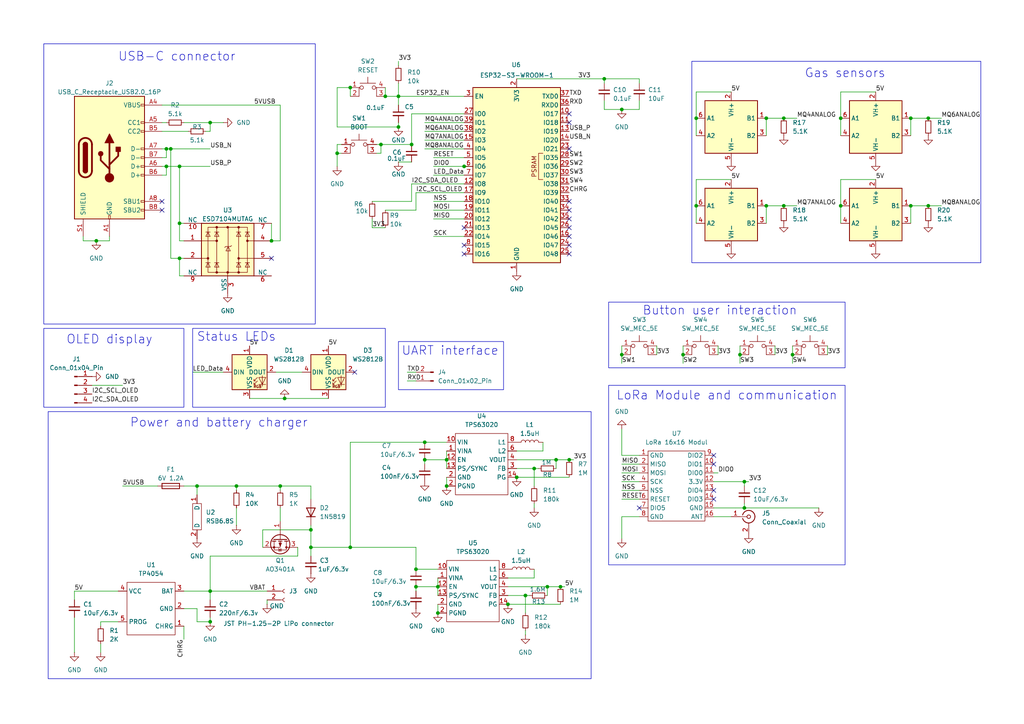
<source format=kicad_sch>
(kicad_sch (version 20231120) (generator "eeschema") (generator_version "8.0")
  (paper "A4")
  (junction (at 222.25 34.29))
  (junction (at 152.4 172.72))
  (junction (at 175.26 22.86))
  (junction (at 52.07 48.26))
  (junction (at 180.34 31.75))
  (junction (at 215.9 147.32))
  (junction (at 129.54 140.97))
  (junction (at 57.15 140.97))
  (junction (at 127 177.8))
  (junction (at 90.17 153.67))
  (junction (at 119.38 41.91))
  (junction (at 60.96 171.45))
  (junction (at 120.65 165.1))
  (junction (at 227.33 59.69))
  (junction (at 264.16 59.69))
  (junction (at 48.26 43.18))
  (junction (at 215.9 139.7))
  (junction (at 48.26 48.26))
  (junction (at 201.93 59.69))
  (junction (at 227.33 34.29))
  (junction (at 82.55 115.57))
  (junction (at 101.6 25.4))
  (junction (at 222.25 59.69))
  (junction (at 129.54 133.35))
  (junction (at 198.12 102.87))
  (junction (at 120.65 170.18))
  (junction (at 123.19 128.27))
  (junction (at 97.79 44.45))
  (junction (at 161.29 133.35))
  (junction (at 115.57 27.94))
  (junction (at 60.96 180.34))
  (junction (at 158.75 170.18))
  (junction (at 243.84 34.29))
  (junction (at 78.74 69.85))
  (junction (at 68.58 140.97))
  (junction (at 201.93 34.29))
  (junction (at 110.49 41.91))
  (junction (at 115.57 36.83))
  (junction (at 147.32 175.26))
  (junction (at 52.07 64.77))
  (junction (at 243.84 59.69))
  (junction (at 134.62 48.26))
  (junction (at 111.76 27.94))
  (junction (at 127 170.18))
  (junction (at 162.56 170.18))
  (junction (at 101.6 158.75))
  (junction (at 149.86 138.43))
  (junction (at 154.94 135.89))
  (junction (at 180.34 102.87))
  (junction (at 52.07 74.93))
  (junction (at 27.94 69.85))
  (junction (at 214.63 102.87))
  (junction (at 269.24 59.69))
  (junction (at 60.96 35.56))
  (junction (at 165.1 133.35))
  (junction (at 81.28 140.97))
  (junction (at 90.17 158.75))
  (junction (at 123.19 133.35))
  (junction (at 264.16 34.29))
  (junction (at 269.24 34.29))
  (junction (at 229.87 102.87))
  (junction (at 49.53 43.18))
  (no_connect (at 134.62 71.12))
  (no_connect (at 165.1 35.56))
  (no_connect (at 165.1 71.12))
  (no_connect (at 165.1 43.18))
  (no_connect (at 78.74 74.93))
  (no_connect (at 165.1 60.96))
  (no_connect (at 165.1 63.5))
  (no_connect (at 165.1 66.04))
  (no_connect (at 165.1 68.58))
  (no_connect (at 207.01 144.78))
  (no_connect (at 134.62 66.04))
  (no_connect (at 165.1 58.42))
  (no_connect (at 102.87 107.95))
  (no_connect (at 207.01 134.62))
  (no_connect (at 165.1 73.66))
  (no_connect (at 46.99 58.42))
  (no_connect (at 134.62 73.66))
  (no_connect (at 185.42 147.32))
  (no_connect (at 46.99 60.96))
  (no_connect (at 207.01 132.08))
  (no_connect (at 207.01 142.24))
  (no_connect (at 165.1 33.02))
  (wire (pts (xy 34.29 180.34) (xy 29.21 180.34)))
  (wire (pts (xy 134.62 53.34) (xy 119.38 53.34)))
  (wire (pts (xy 125.73 45.72) (xy 134.62 45.72)))
  (wire (pts (xy 68.58 147.32) (xy 68.58 152.4)))
  (wire (pts (xy 243.84 34.29) (xy 243.84 39.37)))
  (wire (pts (xy 97.79 25.4) (xy 97.79 36.83)))
  (wire (pts (xy 53.34 35.56) (xy 60.96 35.56)))
  (wire (pts (xy 78.74 69.85) (xy 81.28 69.85)))
  (wire (pts (xy 129.54 130.81) (xy 129.54 133.35)))
  (wire (pts (xy 120.65 170.18) (xy 120.65 171.45)))
  (wire (pts (xy 147.32 172.72) (xy 152.4 172.72)))
  (wire (pts (xy 185.42 29.21) (xy 185.42 31.75)))
  (wire (pts (xy 107.95 66.04) (xy 111.76 66.04)))
  (wire (pts (xy 185.42 149.86) (xy 180.34 149.86)))
  (wire (pts (xy 217.17 139.7) (xy 215.9 139.7)))
  (wire (pts (xy 149.86 22.86) (xy 175.26 22.86)))
  (wire (pts (xy 129.54 133.35) (xy 129.54 135.89)))
  (wire (pts (xy 118.11 107.95) (xy 120.65 107.95)))
  (wire (pts (xy 29.21 180.34) (xy 29.21 181.61)))
  (wire (pts (xy 207.01 147.32) (xy 215.9 147.32)))
  (wire (pts (xy 82.55 115.57) (xy 95.25 115.57)))
  (wire (pts (xy 60.96 161.29) (xy 86.36 161.29)))
  (wire (pts (xy 76.2 153.67) (xy 90.17 153.67)))
  (wire (pts (xy 127 170.18) (xy 120.65 170.18)))
  (wire (pts (xy 153.67 172.72) (xy 152.4 172.72)))
  (wire (pts (xy 149.86 138.43) (xy 165.1 138.43)))
  (wire (pts (xy 99.06 41.91) (xy 97.79 41.91)))
  (wire (pts (xy 162.56 170.18) (xy 163.83 170.18)))
  (wire (pts (xy 201.93 52.07) (xy 212.09 52.07)))
  (wire (pts (xy 52.07 48.26) (xy 52.07 64.77)))
  (wire (pts (xy 154.94 135.89) (xy 154.94 140.97)))
  (wire (pts (xy 90.17 144.78) (xy 90.17 140.97)))
  (wire (pts (xy 227.33 59.69) (xy 231.14 59.69)))
  (wire (pts (xy 229.87 102.87) (xy 229.87 105.41)))
  (wire (pts (xy 52.07 64.77) (xy 53.34 64.77)))
  (wire (pts (xy 208.28 137.16) (xy 207.01 137.16)))
  (wire (pts (xy 243.84 52.07) (xy 254 52.07)))
  (wire (pts (xy 175.26 29.21) (xy 175.26 31.75)))
  (wire (pts (xy 60.96 171.45) (xy 60.96 173.99)))
  (wire (pts (xy 125.73 58.42) (xy 134.62 58.42)))
  (wire (pts (xy 48.26 45.72) (xy 48.26 43.18)))
  (wire (pts (xy 198.12 100.33) (xy 198.12 102.87)))
  (wire (pts (xy 46.99 30.48) (xy 81.28 30.48)))
  (wire (pts (xy 154.94 146.05) (xy 154.94 147.32)))
  (wire (pts (xy 229.87 100.33) (xy 229.87 102.87)))
  (wire (pts (xy 198.12 102.87) (xy 198.12 105.41)))
  (wire (pts (xy 123.19 35.56) (xy 134.62 35.56)))
  (wire (pts (xy 109.22 44.45) (xy 110.49 44.45)))
  (wire (pts (xy 101.6 25.4) (xy 101.6 27.94)))
  (wire (pts (xy 149.86 133.35) (xy 161.29 133.35)))
  (wire (pts (xy 154.94 167.64) (xy 154.94 165.1)))
  (wire (pts (xy 115.57 36.83) (xy 97.79 36.83)))
  (wire (pts (xy 227.33 34.29) (xy 231.14 34.29)))
  (wire (pts (xy 156.21 135.89) (xy 154.94 135.89)))
  (wire (pts (xy 52.07 74.93) (xy 49.53 74.93)))
  (wire (pts (xy 57.15 176.53) (xy 57.15 180.34)))
  (wire (pts (xy 125.73 50.8) (xy 134.62 50.8)))
  (wire (pts (xy 49.53 43.18) (xy 60.96 43.18)))
  (wire (pts (xy 222.25 34.29) (xy 227.33 34.29)))
  (wire (pts (xy 180.34 124.46) (xy 180.34 132.08)))
  (wire (pts (xy 48.26 48.26) (xy 52.07 48.26)))
  (wire (pts (xy 201.93 34.29) (xy 201.93 26.67)))
  (wire (pts (xy 264.16 59.69) (xy 264.16 64.77)))
  (wire (pts (xy 53.34 80.01) (xy 52.07 80.01)))
  (wire (pts (xy 115.57 27.94) (xy 115.57 30.48)))
  (wire (pts (xy 110.49 44.45) (xy 110.49 41.91)))
  (wire (pts (xy 57.15 180.34) (xy 60.96 180.34)))
  (wire (pts (xy 180.34 139.7) (xy 185.42 139.7)))
  (wire (pts (xy 201.93 59.69) (xy 201.93 52.07)))
  (wire (pts (xy 269.24 59.69) (xy 273.05 59.69)))
  (wire (pts (xy 57.15 140.97) (xy 68.58 140.97)))
  (wire (pts (xy 129.54 133.35) (xy 123.19 133.35)))
  (wire (pts (xy 35.56 140.97) (xy 45.72 140.97)))
  (wire (pts (xy 46.99 50.8) (xy 48.26 50.8)))
  (wire (pts (xy 158.75 170.18) (xy 158.75 172.72)))
  (wire (pts (xy 214.63 100.33) (xy 214.63 102.87)))
  (wire (pts (xy 157.48 130.81) (xy 157.48 128.27)))
  (wire (pts (xy 90.17 158.75) (xy 90.17 161.29)))
  (wire (pts (xy 201.93 59.69) (xy 201.93 64.77)))
  (wire (pts (xy 175.26 22.86) (xy 185.42 22.86)))
  (wire (pts (xy 53.34 176.53) (xy 57.15 176.53)))
  (wire (pts (xy 111.76 27.94) (xy 115.57 27.94)))
  (wire (pts (xy 81.28 140.97) (xy 81.28 142.24)))
  (wire (pts (xy 109.22 41.91) (xy 110.49 41.91)))
  (wire (pts (xy 46.99 45.72) (xy 48.26 45.72)))
  (wire (pts (xy 147.32 167.64) (xy 154.94 167.64)))
  (wire (pts (xy 101.6 128.27) (xy 123.19 128.27)))
  (wire (pts (xy 120.65 158.75) (xy 120.65 165.1)))
  (wire (pts (xy 115.57 24.13) (xy 115.57 27.94)))
  (wire (pts (xy 52.07 64.77) (xy 52.07 69.85)))
  (wire (pts (xy 21.59 171.45) (xy 21.59 173.99)))
  (wire (pts (xy 101.6 158.75) (xy 120.65 158.75)))
  (wire (pts (xy 243.84 26.67) (xy 254 26.67)))
  (wire (pts (xy 215.9 146.05) (xy 215.9 147.32)))
  (wire (pts (xy 127 170.18) (xy 127 172.72)))
  (wire (pts (xy 68.58 140.97) (xy 68.58 142.24)))
  (wire (pts (xy 48.26 43.18) (xy 49.53 43.18)))
  (wire (pts (xy 123.19 43.18) (xy 134.62 43.18)))
  (wire (pts (xy 60.96 38.1) (xy 60.96 35.56)))
  (wire (pts (xy 90.17 153.67) (xy 90.17 158.75)))
  (wire (pts (xy 123.19 133.35) (xy 123.19 134.62)))
  (wire (pts (xy 222.25 59.69) (xy 227.33 59.69)))
  (wire (pts (xy 49.53 74.93) (xy 49.53 43.18)))
  (wire (pts (xy 147.32 170.18) (xy 158.75 170.18)))
  (wire (pts (xy 185.42 24.13) (xy 185.42 22.86)))
  (wire (pts (xy 120.65 165.1) (xy 127 165.1)))
  (wire (pts (xy 243.84 59.69) (xy 243.84 52.07)))
  (wire (pts (xy 34.29 171.45) (xy 21.59 171.45)))
  (wire (pts (xy 240.03 100.33) (xy 240.03 102.87)))
  (wire (pts (xy 90.17 158.75) (xy 101.6 158.75)))
  (wire (pts (xy 57.15 140.97) (xy 57.15 143.51)))
  (wire (pts (xy 147.32 175.26) (xy 162.56 175.26)))
  (wire (pts (xy 60.96 179.07) (xy 60.96 180.34)))
  (wire (pts (xy 46.99 35.56) (xy 48.26 35.56)))
  (wire (pts (xy 215.9 139.7) (xy 207.01 139.7)))
  (wire (pts (xy 119.38 33.02) (xy 134.62 33.02)))
  (wire (pts (xy 53.34 74.93) (xy 52.07 74.93)))
  (wire (pts (xy 127 175.26) (xy 127 177.8)))
  (wire (pts (xy 264.16 34.29) (xy 269.24 34.29)))
  (wire (pts (xy 86.36 158.75) (xy 86.36 161.29)))
  (wire (pts (xy 60.96 171.45) (xy 60.96 161.29)))
  (wire (pts (xy 77.47 173.99) (xy 77.47 175.26)))
  (wire (pts (xy 180.34 137.16) (xy 185.42 137.16)))
  (wire (pts (xy 97.79 44.45) (xy 97.79 48.26)))
  (wire (pts (xy 264.16 34.29) (xy 264.16 39.37)))
  (wire (pts (xy 115.57 35.56) (xy 115.57 36.83)))
  (wire (pts (xy 72.39 115.57) (xy 82.55 115.57)))
  (wire (pts (xy 21.59 189.23) (xy 21.59 179.07)))
  (wire (pts (xy 90.17 140.97) (xy 81.28 140.97)))
  (wire (pts (xy 68.58 140.97) (xy 81.28 140.97)))
  (wire (pts (xy 118.11 110.49) (xy 120.65 110.49)))
  (wire (pts (xy 27.94 69.85) (xy 31.75 69.85)))
  (wire (pts (xy 115.57 27.94) (xy 134.62 27.94)))
  (wire (pts (xy 53.34 140.97) (xy 57.15 140.97)))
  (wire (pts (xy 207.01 149.86) (xy 212.09 149.86)))
  (wire (pts (xy 107.95 63.5) (xy 107.95 66.04)))
  (wire (pts (xy 53.34 181.61) (xy 53.34 185.42)))
  (wire (pts (xy 52.07 80.01) (xy 52.07 74.93)))
  (wire (pts (xy 134.62 55.88) (xy 120.65 55.88)))
  (wire (pts (xy 201.93 26.67) (xy 212.09 26.67)))
  (wire (pts (xy 149.86 135.89) (xy 154.94 135.89)))
  (wire (pts (xy 201.93 34.29) (xy 201.93 39.37)))
  (wire (pts (xy 215.9 147.32) (xy 237.49 147.32)))
  (wire (pts (xy 78.74 64.77) (xy 78.74 69.85)))
  (wire (pts (xy 60.96 35.56) (xy 64.77 35.56)))
  (wire (pts (xy 111.76 25.4) (xy 111.76 27.94)))
  (wire (pts (xy 81.28 69.85) (xy 81.28 30.48)))
  (wire (pts (xy 243.84 34.29) (xy 243.84 26.67)))
  (wire (pts (xy 111.76 60.96) (xy 120.65 60.96)))
  (wire (pts (xy 125.73 63.5) (xy 134.62 63.5)))
  (wire (pts (xy 215.9 139.7) (xy 215.9 140.97)))
  (wire (pts (xy 152.4 182.88) (xy 152.4 184.15)))
  (wire (pts (xy 134.62 48.26) (xy 135.89 48.26)))
  (wire (pts (xy 152.4 172.72) (xy 152.4 177.8)))
  (wire (pts (xy 214.63 102.87) (xy 214.63 105.41)))
  (wire (pts (xy 90.17 152.4) (xy 90.17 153.67)))
  (wire (pts (xy 129.54 138.43) (xy 129.54 140.97)))
  (wire (pts (xy 123.19 40.64) (xy 134.62 40.64)))
  (wire (pts (xy 119.38 33.02) (xy 119.38 41.91)))
  (wire (pts (xy 180.34 142.24) (xy 185.42 142.24)))
  (wire (pts (xy 101.6 158.75) (xy 101.6 128.27)))
  (wire (pts (xy 119.38 53.34) (xy 119.38 58.42)))
  (wire (pts (xy 269.24 34.29) (xy 273.05 34.29)))
  (wire (pts (xy 158.75 170.18) (xy 162.56 170.18)))
  (wire (pts (xy 125.73 48.26) (xy 134.62 48.26)))
  (wire (pts (xy 180.34 144.78) (xy 185.42 144.78)))
  (wire (pts (xy 165.1 133.35) (xy 166.37 133.35)))
  (wire (pts (xy 120.65 55.88) (xy 120.65 60.96)))
  (wire (pts (xy 149.86 130.81) (xy 157.48 130.81)))
  (wire (pts (xy 208.28 100.33) (xy 208.28 102.87)))
  (wire (pts (xy 175.26 24.13) (xy 175.26 22.86)))
  (wire (pts (xy 46.99 48.26) (xy 48.26 48.26)))
  (wire (pts (xy 80.01 107.95) (xy 87.63 107.95)))
  (wire (pts (xy 53.34 69.85) (xy 52.07 69.85)))
  (wire (pts (xy 60.96 171.45) (xy 77.47 171.45)))
  (wire (pts (xy 115.57 19.05) (xy 115.57 17.78)))
  (wire (pts (xy 224.79 100.33) (xy 224.79 102.87)))
  (wire (pts (xy 97.79 41.91) (xy 97.79 44.45)))
  (wire (pts (xy 97.79 25.4) (xy 101.6 25.4)))
  (wire (pts (xy 48.26 50.8) (xy 48.26 48.26)))
  (wire (pts (xy 180.34 134.62) (xy 185.42 134.62)))
  (wire (pts (xy 24.13 68.58) (xy 24.13 69.85)))
  (wire (pts (xy 107.95 58.42) (xy 119.38 58.42)))
  (wire (pts (xy 125.73 68.58) (xy 134.62 68.58)))
  (wire (pts (xy 161.29 133.35) (xy 165.1 133.35)))
  (wire (pts (xy 222.25 34.29) (xy 222.25 39.37)))
  (wire (pts (xy 46.99 38.1) (xy 54.61 38.1)))
  (wire (pts (xy 185.42 31.75) (xy 180.34 31.75)))
  (wire (pts (xy 76.2 158.75) (xy 76.2 153.67)))
  (wire (pts (xy 24.13 69.85) (xy 27.94 69.85)))
  (wire (pts (xy 185.42 132.08) (xy 180.34 132.08)))
  (wire (pts (xy 52.07 48.26) (xy 60.96 48.26)))
  (wire (pts (xy 125.73 60.96) (xy 134.62 60.96)))
  (wire (pts (xy 190.5 100.33) (xy 190.5 102.87)))
  (wire (pts (xy 119.38 41.91) (xy 110.49 41.91)))
  (wire (pts (xy 180.34 31.75) (xy 175.26 31.75)))
  (wire (pts (xy 123.19 38.1) (xy 134.62 38.1)))
  (wire (pts (xy 35.56 111.76) (xy 26.67 111.76)))
  (wire (pts (xy 55.88 107.95) (xy 64.77 107.95)))
  (wire (pts (xy 127 167.64) (xy 127 170.18)))
  (wire (pts (xy 81.28 147.32) (xy 81.28 151.13)))
  (wire (pts (xy 180.34 100.33) (xy 180.34 102.87)))
  (wire (pts (xy 243.84 59.69) (xy 243.84 64.77)))
  (wire (pts (xy 115.57 46.99) (xy 119.38 46.99)))
  (wire (pts (xy 46.99 43.18) (xy 48.26 43.18)))
  (wire (pts (xy 161.29 133.35) (xy 161.29 135.89)))
  (wire (pts (xy 29.21 186.69) (xy 29.21 189.23)))
  (wire (pts (xy 31.75 68.58) (xy 31.75 69.85)))
  (wire (pts (xy 59.69 38.1) (xy 60.96 38.1)))
  (wire (pts (xy 264.16 59.69) (xy 269.24 59.69)))
  (wire (pts (xy 53.34 171.45) (xy 60.96 171.45)))
  (wire (pts (xy 222.25 59.69) (xy 222.25 64.77)))
  (wire (pts (xy 99.06 44.45) (xy 97.79 44.45)))
  (wire (pts (xy 123.19 128.27) (xy 129.54 128.27)))
  (wire (pts (xy 180.34 149.86) (xy 180.34 156.21)))
  (wire (pts (xy 180.34 102.87) (xy 180.34 105.41)))
  (rectangle (start 176.53 87.63) (end 245.11 106.68))
  (rectangle (start 12.7 12.7) (end 91.44 93.98))
  (rectangle (start 176.53 111.76) (end 245.11 163.83))
  (rectangle (start 12.7 95.25) (end 53.34 118.11))
  (rectangle (start 115.57 99.06) (end 146.05 113.03))
  (rectangle (start 200.66 17.78) (end 284.48 76.2))
  (rectangle (start 13.97 119.38) (end 171.45 196.85))
  (rectangle (start 55.88 95.25) (end 111.76 118.11))
  (text "Gas sensors" (at 245.11 21.336 0) (effects (font (size 2.54 2.54))))
  (text "OLED display" (at 31.75 98.552 0) (effects (font (size 2.54 2.54))))
  (text "UART interface" (at 130.556 101.854 0) (effects (font (size 2.54 2.54))))
  (text "USB-C connector" (at 51.308 16.51 0) (effects (font (size 2.54 2.54))))
  (text "LoRa Module and communication" (at 210.82 114.808 0) (effects (font (size 2.54 2.54))))
  (text "Power and battery charger" (at 63.5 122.682 0) (effects (font (size 2.54 2.54))))
  (text "Button user interaction" (at 208.788 90.17 0) (effects (font (size 2.54 2.54))))
  (text "Status LEDs" (at 68.58 97.79 0) (effects (font (size 2.54 2.54))))
  (label "MISO" (at 125.73 63.5 0))
  (label "SW1" (at 165.1 45.72 0))
  (label "3V3" (at 208.28 102.87 0))
  (label "I2C_SDA_OLED" (at 26.67 116.84 0))
  (label "5VUSB" (at 35.56 140.97 0))
  (label "USB_P" (at 165.1 38.1 0))
  (label "RXD" (at 118.11 110.49 0))
  (label "5V" (at 212.09 26.67 0))
  (label "LED_Data" (at 55.88 107.95 0))
  (label "DIO0" (at 125.73 48.26 0))
  (label "3V3" (at 167.64 22.86 0))
  (label "3V3" (at 224.79 102.87 0))
  (label "MOSI" (at 180.34 137.16 0))
  (label "3V3" (at 107.95 66.04 0))
  (label "USB_P" (at 60.96 48.26 0))
  (label "MQ7ANALOG" (at 231.14 59.69 0))
  (label "NSS" (at 180.34 142.24 0))
  (label "MQ6ANALOG" (at 123.19 38.1 0))
  (label "SCK" (at 125.73 68.58 0))
  (label "LED_Data" (at 125.73 50.8 0))
  (label "TXD" (at 165.1 27.94 0))
  (label "5V" (at 254 52.07 0))
  (label "RESET" (at 125.73 45.72 0))
  (label "SW3" (at 165.1 50.8 0))
  (label "3V3" (at 166.37 133.35 0))
  (label "5V" (at 254 26.67 0))
  (label "SW4" (at 229.87 105.41 0))
  (label "I2C_SCL_OLED" (at 26.67 114.3 0))
  (label "RESET" (at 180.34 144.78 0))
  (label "5VUSB" (at 73.66 30.48 0))
  (label "RXD" (at 165.1 30.48 0))
  (label "SW1" (at 180.34 105.41 0))
  (label "3V3" (at 240.03 102.87 0))
  (label "I2C_SDA_OLED" (at 119.38 53.34 0))
  (label "5V" (at 21.59 171.45 0))
  (label "DIO0" (at 208.28 137.16 0))
  (label "TXD" (at 118.11 107.95 0))
  (label "CHRG" (at 165.1 55.88 0))
  (label "MOSI" (at 125.73 60.96 0))
  (label "3V3" (at 217.17 139.7 0))
  (label "5V" (at 163.83 170.18 0))
  (label "MQ6ANALOG" (at 273.05 34.29 0))
  (label "I2C_SCL_OLED" (at 120.65 55.88 0))
  (label "ESP32_EN" (at 120.65 27.94 0))
  (label "3V3" (at 115.57 17.78 0))
  (label "5V" (at 95.25 100.33 0))
  (label "MQ4ANALOG" (at 231.14 34.29 0))
  (label "MISO" (at 180.34 134.62 0))
  (label "3V3" (at 190.5 102.87 0))
  (label "SW3" (at 214.63 105.41 0))
  (label "USB_N" (at 165.1 40.64 0))
  (label "CHRG" (at 53.34 185.42 270))
  (label "MQ8ANALOG" (at 273.05 59.69 0))
  (label "SW2" (at 165.1 48.26 0))
  (label "SW2" (at 198.12 105.41 0))
  (label "5V" (at 212.09 52.07 0))
  (label "USB_N" (at 60.96 43.18 0))
  (label "MQ7ANALOG" (at 123.19 40.64 0))
  (label "NSS" (at 125.73 58.42 0))
  (label "3V3" (at 35.56 111.76 0))
  (label "VBAT" (at 72.39 171.45 0))
  (label "SCK" (at 180.34 139.7 0))
  (label "MQ4ANALOG" (at 123.19 35.56 0))
  (label "SW4" (at 165.1 53.34 0))
  (label "5V" (at 72.39 100.33 0))
  (label "MQ8ANALOG" (at 123.19 43.18 0))
  (symbol (lib_id "Device:R_Small") (at 68.58 144.78 180) (unit 1)
    (property "Reference" "R4" (at 71.12 143.5099 0) (effects (justify right)))
    (property "Value" "10K" (at 71.12 146.0499 0) (effects (justify right)))
    (property "Footprint" "Resistor_SMD:R_0603_1608Metric" (effects (hide yes)))
  )
  (symbol (lib_id "Device:R_Small") (at 154.94 143.51 0) (unit 1)
    (property "Reference" "R11" (at 157.48 142.2399 0) (effects (justify left)))
    (property "Value" "180k" (at 157.48 144.7799 0) (effects (justify left)))
    (property "Footprint" "Resistor_SMD:R_0603_1608Metric" (effects (hide yes)))
  )
  (symbol (lib_id "LED:WS2812B") (at 95.25 107.95 0) (unit 1)
    (property "Reference" "D3" (at 106.68 101.6314 0))
    (property "Value" "WS2812B" (at 106.68 104.1714 0))
    (property "Footprint" "LED_SMD:LED_WS2812B_PLCC4_5.0x5.0mm_P3.2mm" (effects (hide yes)))
    (property "Datasheet" "https://cdn-shop.adafruit.com/datasheets/WS2812B.pdf" (effects (hide yes)))
    (property "Description" "RGB LED with integrated controller" (effects (hide yes)))
  )
  (symbol (lib_id "Device:C_Small") (at 123.19 137.16 0) (unit 1)
    (property "Reference" "C4" (at 110.744 135.6422 0) (effects (justify left)))
    (property "Value" "100nF/6.3v" (at 110.236 138.176 0) (effects (justify left)))
    (property "Footprint" "Capacitor_SMD:C_0603_1608Metric" (effects (hide yes)))
  )
  (symbol (lib_name "GND_1") (lib_id "power:GND") (at 127 177.8 0) (unit 1)
    (property "Reference" "#PWR021" (effects (hide yes)))
    (property "Value" "GND" (at 127 182.88 0))
    (property "Description" "Power symbol creates a global label with name \"GND\" , ground" (effects (hide yes)))
  )
  (symbol (lib_name "GND_1") (lib_id "power:GND") (at 254 46.99 0) (unit 1)
    (property "Reference" "#PWR035" (effects (hide yes)))
    (property "Value" "GND" (effects (hide yes)))
    (property "Description" "Power symbol creates a global label with name \"GND\" , ground" (effects (hide yes)))
  )
  (symbol (lib_id "Device:R_Small") (at 156.21 172.72 270) (unit 1)
    (property "Reference" "R13" (at 156.21 174.498 90))
    (property "Value" "1.6M" (at 155.956 170.942 90))
    (property "Footprint" "Resistor_SMD:R_0603_1608Metric" (effects (hide yes)))
  )
  (symbol (lib_name "GND_2") (lib_id "power:GND") (at 64.77 35.56 90) (unit 1)
    (property "Reference" "#PWR07" (effects (hide yes)))
    (property "Value" "GND" (at 68.58 35.5599 90) (effects (justify right)))
    (property "Description" "Power symbol creates a global label with name \"GND\" , ground" (effects (hide yes)))
  )
  (symbol (lib_id "Device:R_Small") (at 165.1 135.89 180) (unit 1)
    (property "Reference" "R7" (at 167.64 134.6199 0) (effects (justify right)))
    (property "Value" "1M" (at 167.64 137.1599 0) (effects (justify right)))
    (property "Footprint" "Resistor_SMD:R_0603_1608Metric" (effects (hide yes)))
  )
  (symbol (lib_id "ESP32:TP4054") (at 36.83 168.91 0) (unit 1)
    (property "Reference" "U1" (at 43.815 163.83 0))
    (property "Value" "TP4054" (at 43.815 166.37 0))
    (property "Footprint" "ESP32:SOT23-5L" (effects (hide yes)))
  )
  (symbol (lib_name "GND_1") (lib_id "power:GND") (at 57.15 156.21 0) (unit 1)
    (property "Reference" "#PWR05" (effects (hide yes)))
    (property "Value" "GND" (at 57.15 161.29 0))
    (property "Description" "Power symbol creates a global label with name \"GND\" , ground" (effects (hide yes)))
  )
  (symbol (lib_id "Switch:SW_MEC_5E") (at 219.71 102.87 0) (unit 1)
    (property "Reference" "SW5" (at 219.71 92.71 0))
    (property "Value" "SW_MEC_5E" (at 219.71 95.25 0))
    (property "Footprint" "Button_Switch_SMD:SW_Push_1P1T_NO_6x6mm_H9.5mm" (effects (hide yes)))
    (property "Datasheet" "http://www.apem.com/int/index.php?controller=attachment&id_attachment=1371" (effects (hide yes)))
    (property "Description" "MEC 5E single pole normally-open tactile switch" (effects (hide yes)))
  )
  (symbol (lib_id "Device:L") (at 153.67 128.27 90) (unit 1)
    (property "Reference" "L1" (at 153.67 123.19 90))
    (property "Value" "1.5uH" (at 153.67 125.73 90))
    (property "Footprint" "Inductor_SMD:L_6.3x6.3_H3" (effects (hide yes)))
    (property "Description" "Inductor" (effects (hide yes)))
  )
  (symbol (lib_id "Sensor_Gas:MQ-6") (at 212.09 62.23 0) (unit 1)
    (property "Reference" "U9" (effects (hide yes)))
    (property "Value" "MQ-4" (effects (hide yes)))
    (property "Footprint" "Sensor:MQ-6" (effects (hide yes)))
    (property "Datasheet" "https://www.winsen-sensor.com/d/files/semiconductor/mq-6.pdf" (effects (hide yes)))
    (property "Description" "Semiconductor Sensor for Flammable Gas" (effects (hide yes)))
  )
  (symbol (lib_name "GND_1") (lib_id "power:GND") (at 27.94 69.85 0) (unit 1)
    (property "Reference" "#PWR03" (effects (hide yes)))
    (property "Value" "GND" (at 27.94 74.93 0))
    (property "Description" "Power symbol creates a global label with name \"GND\" , ground" (effects (hide yes)))
  )
  (symbol (lib_id "Transistor_FET:AO3401A") (at 81.28 156.21 270) (unit 1)
    (property "Reference" "Q1" (at 81.28 162.56 90))
    (property "Value" "AO3401A" (at 81.28 165.1 90))
    (property "Footprint" "Package_TO_SOT_SMD:SOT-23" (effects (hide yes)))
    (property "Datasheet" "http://www.aosmd.com/pdfs/datasheet/AO3401A.pdf" (effects (hide yes)))
    (property "Description" "-4.0A Id, -30V Vds, P-Channel MOSFET, SOT-23" (effects (hide yes)))
  )
  (symbol (lib_name "GND_1") (lib_id "power:GND") (at 68.58 152.4 0) (unit 1)
    (property "Reference" "#PWR09" (effects (hide yes)))
    (property "Value" "GND" (at 68.58 157.48 0))
    (property "Description" "Power symbol creates a global label with name \"GND\" , ground" (effects (hide yes)))
  )
  (symbol (lib_name "GND_1") (lib_id "power:GND") (at 269.24 64.77 0) (unit 1)
    (property "Reference" "#PWR038" (effects (hide yes)))
    (property "Value" "GND" (effects (hide yes)))
    (property "Description" "Power symbol creates a global label with name \"GND\" , ground" (effects (hide yes)))
  )
  (symbol (lib_name "GND_2") (lib_id "power:GND") (at 115.57 36.83 0) (unit 1)
    (property "Reference" "#PWR016" (effects (hide yes)))
    (property "Value" "GND" (at 115.57 40.64 0))
    (property "Description" "Power symbol creates a global label with name \"GND\" , ground" (effects (hide yes)))
  )
  (symbol (lib_id "Device:C_Small") (at 123.19 130.81 0) (unit 1)
    (property "Reference" "C7" (at 110.744 129.2922 0) (effects (justify left)))
    (property "Value" "10uF/6.3v" (at 110.236 131.826 0) (effects (justify left)))
    (property "Footprint" "Capacitor_SMD:C_0603_1608Metric" (effects (hide yes)))
  )
  (symbol (lib_id "Device:R_Small") (at 227.33 62.23 0) (unit 1)
    (property "Reference" "R18" (at 229.87 60.9599 0) (effects (justify left)))
    (property "Value" "5.1K" (at 229.87 63.4999 0) (effects (justify left)))
    (property "Footprint" "Resistor_SMD:R_0603_1608Metric" (effects (hide yes)))
  )
  (symbol (lib_id "Connector:USB_C_Receptacle_USB2.0_16P") (at 31.75 45.72 0) (unit 1)
    (property "Reference" "J2" (at 31.75 24.13 0))
    (property "Value" "USB_C_Receptacle_USB2.0_16P" (at 31.75 26.67 0))
    (property "Footprint" "Connector_USB:USB_C_Receptacle_GCT_USB4085" (effects (hide yes)))
    (property "Datasheet" "https://www.usb.org/sites/default/files/documents/usb_type-c.zip" (effects (hide yes)))
    (property "Description" "USB 2.0-only 16P Type-C Receptacle connector" (effects (hide yes)))
  )
  (symbol (lib_name "GND_1") (lib_id "power:GND") (at 21.59 189.23 0) (unit 1)
    (property "Reference" "#PWR01" (effects (hide yes)))
    (property "Value" "GND" (at 21.59 194.31 0))
    (property "Description" "Power symbol creates a global label with name \"GND\" , ground" (effects (hide yes)))
  )
  (symbol (lib_id "Device:C_Small") (at 90.17 163.83 0) (unit 1)
    (property "Reference" "C3" (at 92.71 162.5662 0) (effects (justify left)))
    (property "Value" "1uF/6.3v" (at 92.202 165.1 0) (effects (justify left)))
    (property "Footprint" "Capacitor_SMD:C_0603_1608Metric" (effects (hide yes)))
  )
  (symbol (lib_name "GND_1") (lib_id "power:GND") (at 147.32 175.26 0) (unit 1)
    (property "Reference" "#PWR022" (effects (hide yes)))
    (property "Value" "GND" (at 147.32 180.34 0))
    (property "Description" "Power symbol creates a global label with name \"GND\" , ground" (effects (hide yes)))
  )
  (symbol (lib_id "Device:R_Small") (at 57.15 38.1 90) (unit 1)
    (property "Reference" "R3" (at 57.15 36.83 90))
    (property "Value" "5.1k" (at 57.15 40.64 90))
    (property "Footprint" "Resistor_SMD:R_0603_1608Metric" (effects (hide yes)))
  )
  (symbol (lib_id "Device:C_Small") (at 120.65 167.64 0) (unit 1)
    (property "Reference" "C8" (at 108.204 166.1222 0) (effects (justify left)))
    (property "Value" "10uF/6.3v" (at 107.696 168.656 0) (effects (justify left)))
    (property "Footprint" "Capacitor_SMD:C_0603_1608Metric" (effects (hide yes)))
  )
  (symbol (lib_name "GND_2") (lib_id "power:GND") (at 115.57 46.99 0) (unit 1)
    (property "Reference" "#PWR017" (effects (hide yes)))
    (property "Value" "GND" (at 115.57 50.546 0))
    (property "Description" "Power symbol creates a global label with name \"GND\" , ground" (effects (hide yes)))
  )
  (symbol (lib_name "GND_1") (lib_id "power:GND") (at 237.49 147.32 0) (unit 1)
    (property "Reference" "#PWR034" (effects (hide yes)))
    (property "Value" "GND" (at 237.49 152.4 0))
    (property "Description" "Power symbol creates a global label with name \"GND\" , ground" (effects (hide yes)))
  )
  (symbol (lib_id "Switch:SW_MEC_5E") (at 185.42 102.87 0) (unit 1)
    (property "Reference" "SW3" (at 185.42 92.71 0))
    (property "Value" "SW_MEC_5E" (at 185.42 95.25 0))
    (property "Footprint" "Button_Switch_SMD:SW_Push_1P1T_NO_6x6mm_H9.5mm" (effects (hide yes)))
    (property "Datasheet" "http://www.apem.com/int/index.php?controller=attachment&id_attachment=1371" (effects (hide yes)))
    (property "Description" "MEC 5E single pole normally-open tactile switch" (effects (hide yes)))
  )
  (symbol (lib_id "Device:C_Small") (at 119.38 44.45 0) (unit 1)
    (property "Reference" "C6" (at 113.792 44.196 0) (effects (justify left)))
    (property "Value" "0.1uF" (at 112.268 45.974 0) (effects (justify left)))
    (property "Footprint" "Capacitor_SMD:C_0603_1608Metric" (effects (hide yes)))
  )
  (symbol (lib_id "Device:R_Small") (at 50.8 35.56 90) (unit 1)
    (property "Reference" "R2" (at 50.8 30.48 90))
    (property "Value" "5.1k" (at 50.8 33.02 90))
    (property "Footprint" "Resistor_SMD:R_0603_1608Metric" (effects (hide yes)))
  )
  (symbol (lib_name "GND_1") (lib_id "power:GND") (at 254 72.39 0) (unit 1)
    (property "Reference" "#PWR036" (effects (hide yes)))
    (property "Value" "GND" (effects (hide yes)))
    (property "Description" "Power symbol creates a global label with name \"GND\" , ground" (effects (hide yes)))
  )
  (symbol (lib_name "GND_1") (lib_id "power:GND") (at 129.54 140.97 0) (unit 1)
    (property "Reference" "#PWR014" (effects (hide yes)))
    (property "Value" "GND" (at 129.54 146.05 0))
    (property "Description" "Power symbol creates a global label with name \"GND\" , ground" (effects (hide yes)))
  )
  (symbol (lib_id "Power_Protection:D3V3XA4B10LP") (at 66.04 72.39 0) (unit 1)
    (property "Reference" "U3" (at 66.04 60.96 0))
    (property "Value" "ESD7104MUTAG" (at 66.04 63.5 0))
    (property "Footprint" "Package_DFN_QFN:Diodes_UDFN-10_1.0x2.5mm_P0.5mm" (effects (hide yes)))
    (property "Datasheet" "https://www.onsemi.com/pdf/datasheet/esd7104-d.pdf" (effects (hide yes)))
  )
  (symbol (lib_name "GND_1") (lib_id "power:GND") (at 123.19 139.7 0) (unit 1)
    (property "Reference" "#PWR015" (effects (hide yes)))
    (property "Value" "GND" (at 123.19 144.78 0))
    (property "Description" "Power symbol creates a global label with name \"GND\" , ground" (effects (hide yes)))
  )
  (symbol (lib_id "Connector:Conn_01x04_Pin") (at 21.59 111.76 0) (unit 1)
    (property "Reference" "J1" (at 22.225 104.14 0))
    (property "Value" "Conn_01x04_Pin" (at 22.225 106.68 0))
    (property "Footprint" "Connector_PinHeader_2.54mm:PinHeader_1x04_P2.54mm_Horizontal" (effects (hide yes)))
    (property "Description" "Generic connector, single row, 01x04, script generated" (effects (hide yes)))
  )
  (symbol (lib_name "GND_1") (lib_id "power:GND") (at 149.86 138.43 0) (unit 1)
    (property "Reference" "#PWR018" (effects (hide yes)))
    (property "Value" "GND" (at 149.86 143.51 0))
    (property "Description" "Power symbol creates a global label with name \"GND\" , ground" (effects (hide yes)))
  )
  (symbol (lib_id "Sensor_Gas:MQ-6") (at 254 36.83 0) (unit 1)
    (property "Reference" "U10" (effects (hide yes)))
    (property "Value" "MQ-4" (effects (hide yes)))
    (property "Footprint" "Sensor:MQ-6" (effects (hide yes)))
    (property "Datasheet" "https://www.winsen-sensor.com/d/files/semiconductor/mq-6.pdf" (effects (hide yes)))
    (property "Description" "Semiconductor Sensor for Flammable Gas" (effects (hide yes)))
  )
  (symbol (lib_id "Connector:Conn_01x02_Socket") (at 82.55 171.45 0) (unit 1)
    (property "Reference" "J3" (at 83.82 171.4499 0) (effects (justify left)))
    (property "Value" "JST PH-1.25-2P LiPo connector" (at 64.77 180.848 0) (effects (justify left)))
    (property "Footprint" "Connector_JST:JST_PH_B2B-PH-K_1x02_P2.00mm_Vertical" (effects (hide yes)))
    (property "Description" "Generic connector, single row, 01x02, script generated" (effects (hide yes)))
  )
  (symbol (lib_id "Device:R_Small") (at 115.57 21.59 180) (unit 1)
    (property "Reference" "R10" (at 118.11 20.955 0) (effects (justify right)))
    (property "Value" "10k" (at 118.11 23.495 0) (effects (justify right)))
    (property "Footprint" "Resistor_SMD:R_0603_1608Metric" (effects (hide yes)))
  )
  (symbol (lib_name "GND_1") (lib_id "power:GND") (at 60.96 180.34 0) (unit 1)
    (property "Reference" "#PWR06" (effects (hide yes)))
    (property "Value" "GND" (at 60.96 185.42 0))
    (property "Description" "Power symbol creates a global label with name \"GND\" , ground" (effects (hide yes)))
  )
  (symbol (lib_id "Device:C_Small") (at 115.57 33.02 0) (unit 1)
    (property "Reference" "C5" (at 117.348 30.988 0) (effects (justify left)))
    (property "Value" "0.1uF" (at 106.172 31.242 0) (effects (justify left)))
    (property "Footprint" "Capacitor_SMD:C_0603_1608Metric" (effects (hide yes)))
  )
  (symbol (lib_name "GND_2") (lib_id "power:GND") (at 97.79 48.26 0) (unit 1)
    (property "Reference" "#PWR013" (effects (hide yes)))
    (property "Value" "GND" (at 97.79 53.34 0))
    (property "Description" "Power symbol creates a global label with name \"GND\" , ground" (effects (hide yes)))
  )
  (symbol (lib_id "Switch:SW_MEC_5E") (at 234.95 102.87 0) (unit 1)
    (property "Reference" "SW6" (at 234.95 92.71 0))
    (property "Value" "SW_MEC_5E" (at 234.95 95.25 0))
    (property "Footprint" "Button_Switch_SMD:SW_Push_1P1T_NO_6x6mm_H9.5mm" (effects (hide yes)))
    (property "Datasheet" "http://www.apem.com/int/index.php?controller=attachment&id_attachment=1371" (effects (hide yes)))
    (property "Description" "MEC 5E single pole normally-open tactile switch" (effects (hide yes)))
  )
  (symbol (lib_id "Connector:Conn_01x02_Pin") (at 125.73 110.49 180) (unit 1)
    (property "Reference" "J4" (at 127 107.9499 0) (effects (justify right)))
    (property "Value" "Conn_01x02_Pin" (at 127 110.4899 0) (effects (justify right)))
    (property "Footprint" "Connector_PinHeader_2.54mm:PinHeader_1x02_P2.54mm_Vertical" (effects (hide yes)))
    (property "Description" "Generic connector, single row, 01x02, script generated" (effects (hide yes)))
  )
  (symbol (lib_name "GND_2") (lib_id "power:GND") (at 66.04 85.09 0) (unit 1)
    (property "Reference" "#PWR08" (effects (hide yes)))
    (property "Value" "GND" (at 66.04 90.17 0))
    (property "Description" "Power symbol creates a global label with name \"GND\" , ground" (effects (hide yes)))
  )
  (symbol (lib_name "GND_1") (lib_id "power:GND") (at 29.21 189.23 0) (unit 1)
    (property "Reference" "#PWR04" (effects (hide yes)))
    (property "Value" "GND" (at 29.21 194.31 0))
    (property "Description" "Power symbol creates a global label with name \"GND\" , ground" (effects (hide yes)))
  )
  (symbol (lib_id "Device:R_Small") (at 227.33 36.83 0) (unit 1)
    (property "Reference" "R17" (at 229.87 35.5599 0) (effects (justify left)))
    (property "Value" "5.1K" (at 229.87 38.0999 0) (effects (justify left)))
    (property "Footprint" "Resistor_SMD:R_0603_1608Metric" (effects (hide yes)))
  )
  (symbol (lib_id "ESP32:TPS63020") (at 132.08 139.7 0) (unit 1)
    (property "Reference" "U4" (at 139.7 120.65 0))
    (property "Value" "TPS63020" (at 139.7 123.19 0))
    (property "Footprint" "ESP32:TPS63020" (effects (hide yes)))
  )
  (symbol (lib_id "RF_Module:ESP32-S3-WROOM-1") (at 149.86 50.8 0) (unit 1)
    (property "Reference" "U6" (at 148.336 18.796 0) (effects (justify left)))
    (property "Value" "ESP32-S3-WROOM-1" (at 139.192 21.844 0) (effects (justify left)))
    (property "Footprint" "RF_Module:ESP32-S3-WROOM-1" (effects (hide yes)))
    (property "Datasheet" "https://www.espressif.com/sites/default/files/documentation/esp32-s3-wroom-1_wroom-1u_datasheet_en.pdf" (effects (hide yes)))
    (property "Description" "RF Module, ESP32-S3 SoC, Wi-Fi 802.11b/g/n, Bluetooth, BLE, 32-bit, 3.3V, onboard antenna, SMD" (effects (hide yes)))
  )
  (symbol (lib_id "Device:C_Small") (at 120.65 173.99 0) (unit 1)
    (property "Reference" "C9" (at 108.204 172.4722 0) (effects (justify left)))
    (property "Value" "100nF/6.3v" (at 107.696 175.006 0) (effects (justify left)))
    (property "Footprint" "Capacitor_SMD:C_0603_1608Metric" (effects (hide yes)))
  )
  (symbol (lib_id "Device:D") (at 90.17 148.59 90) (unit 1)
    (property "Reference" "D2" (at 92.71 147.3199 90) (effects (justify right)))
    (property "Value" "1N5819" (at 92.71 149.8599 90) (effects (justify right)))
    (property "Footprint" "Diode_SMD:D_SOD-123" (effects (hide yes)))
    (property "Description" "Diode" (effects (hide yes)))
    (property "Sim.Device" "D" (effects (hide yes)))
    (property "Sim.Pins" "1=K 2=A" (effects (hide yes)))
  )
  (symbol (lib_name "GND_1") (lib_id "power:GND") (at 227.33 64.77 0) (unit 1)
    (property "Reference" "#PWR033" (effects (hide yes)))
    (property "Value" "GND" (effects (hide yes)))
    (property "Description" "Power symbol creates a global label with name \"GND\" , ground" (effects (hide yes)))
  )
  (symbol (lib_name "GND_1") (lib_id "power:GND") (at 149.86 78.74 0) (unit 1)
    (property "Reference" "#PWR023" (effects (hide yes)))
    (property "Value" "GND" (at 149.86 83.82 0))
    (property "Description" "Power symbol creates a global label with name \"GND\" , ground" (effects (hide yes)))
  )
  (symbol (lib_id "Device:R_Small") (at 269.24 62.23 0) (unit 1)
    (property "Reference" "R20" (at 271.78 60.9599 0) (effects (justify left)))
    (property "Value" "5.1K" (at 271.78 63.4999 0) (effects (justify left)))
    (property "Footprint" "Resistor_SMD:R_0603_1608Metric" (effects (hide yes)))
  )
  (symbol (lib_name "GND_1") (lib_id "power:GND") (at 212.09 72.39 0) (unit 1)
    (property "Reference" "#PWR030" (effects (hide yes)))
    (property "Value" "GND" (effects (hide yes)))
    (property "Description" "Power symbol creates a global label with name \"GND\" , ground" (effects (hide yes)))
  )
  (symbol (lib_id "Switch:SW_MEC_5E") (at 106.68 27.94 0) (unit 1)
    (property "Reference" "SW2" (at 106.68 17.78 0))
    (property "Value" "RESET" (at 106.68 20.32 0))
    (property "Footprint" "Button_Switch_SMD:SW_Push_1P1T_NO_6x6mm_H9.5mm" (effects (hide yes)))
    (property "Datasheet" "http://www.apem.com/int/index.php?controller=attachment&id_attachment=1371" (effects (hide yes)))
    (property "Description" "MEC 5E single pole normally-open tactile switch" (effects (hide yes)))
  )
  (symbol (lib_name "GND_1") (lib_id "power:GND") (at 227.33 39.37 0) (unit 1)
    (property "Reference" "#PWR032" (effects (hide yes)))
    (property "Value" "GND" (effects (hide yes)))
    (property "Description" "Power symbol creates a global label with name \"GND\" , ground" (effects (hide yes)))
  )
  (symbol (lib_id "ESP32:SOD-523") (at 55.88 146.05 0) (unit 1)
    (property "Reference" "U2" (at 59.69 148.5899 0) (effects (justify left)))
    (property "Value" "RSB6.8S" (at 59.69 151.1299 0) (effects (justify left)))
    (property "Footprint" "ESP32:D_SOD-523" (effects (hide yes)))
  )
  (symbol (lib_name "GND_1") (lib_id "power:GND") (at 180.34 124.46 180) (unit 1)
    (property "Reference" "#PWR027" (effects (hide yes)))
    (property "Value" "GND" (at 180.34 119.38 0))
    (property "Description" "Power symbol creates a global label with name \"GND\" , ground" (effects (hide yes)))
  )
  (symbol (lib_id "Device:C_Small") (at 185.42 26.67 0) (unit 1)
    (property "Reference" "C11" (at 187.96 26.0413 0) (effects (justify left)))
    (property "Value" "10uF" (at 187.96 28.5813 0) (effects (justify left)))
    (property "Footprint" "Capacitor_SMD:C_0603_1608Metric" (effects (hide yes)))
  )
  (symbol (lib_id "Device:C_Small") (at 215.9 143.51 0) (unit 1)
    (property "Reference" "C12" (at 218.44 142.2462 0) (effects (justify left)))
    (property "Value" "10uF/6.3v" (at 218.44 144.7862 0) (effects (justify left)))
    (property "Footprint" "Capacitor_SMD:C_0603_1608Metric" (effects (hide yes)))
  )
  (symbol (lib_name "GND_1") (lib_id "power:GND") (at 26.67 109.22 90) (unit 1)
    (property "Reference" "#PWR02" (effects (hide yes)))
    (property "Value" "GND" (at 30.48 109.2199 90) (effects (justify right)))
    (property "Description" "Power symbol creates a global label with name \"GND\" , ground" (effects (hide yes)))
  )
  (symbol (lib_id "Device:R_Small") (at 162.56 172.72 180) (unit 1)
    (property "Reference" "R14" (at 165.1 171.4499 0) (effects (justify right)))
    (property "Value" "1M" (at 165.1 173.9899 0) (effects (justify right)))
    (property "Footprint" "Resistor_SMD:R_0603_1608Metric" (effects (hide yes)))
  )
  (symbol (lib_name "GND_1") (lib_id "power:GND") (at 152.4 184.15 0) (unit 1)
    (property "Reference" "#PWR024" (effects (hide yes)))
    (property "Value" "GND" (at 152.4 189.23 0))
    (property "Description" "Power symbol creates a global label with name \"GND\" , ground" (effects (hide yes)))
  )
  (symbol (lib_id "Device:R_Small") (at 81.28 144.78 180) (unit 1)
    (property "Reference" "R5" (at 83.82 143.5099 0) (effects (justify right)))
    (property "Value" "1K" (at 83.82 146.0499 0) (effects (justify right)))
    (property "Footprint" "Resistor_SMD:R_0603_1608Metric" (effects (hide yes)))
  )
  (symbol (lib_name "GND_1") (lib_id "power:GND") (at 180.34 31.75 0) (unit 1)
    (property "Reference" "#PWR026" (effects (hide yes)))
    (property "Value" "GND" (at 180.34 36.83 0))
    (property "Description" "Power symbol creates a global label with name \"GND\" , ground" (effects (hide yes)))
  )
  (symbol (lib_name "GND_1") (lib_id "power:GND") (at 82.55 115.57 180) (unit 1)
    (property "Reference" "#PWR011" (effects (hide yes)))
    (property "Value" "GND" (at 82.55 110.49 0))
    (property "Description" "Power symbol creates a global label with name \"GND\" , ground" (effects (hide yes)))
  )
  (symbol (lib_id "Device:R_Small") (at 29.21 184.15 180) (unit 1)
    (property "Reference" "R1" (at 31.75 182.8799 0) (effects (justify right)))
    (property "Value" "2K" (at 31.75 185.4199 0) (effects (justify right)))
    (property "Footprint" "Resistor_SMD:R_0603_1608Metric" (effects (hide yes)))
  )
  (symbol (lib_id "Switch:SW_MEC_5E") (at 203.2 102.87 0) (unit 1)
    (property "Reference" "SW4" (at 203.2 92.71 0))
    (property "Value" "SW_MEC_5E" (at 203.2 95.25 0))
    (property "Footprint" "Button_Switch_SMD:SW_Push_1P1T_NO_6x6mm_H9.5mm" (effects (hide yes)))
    (property "Datasheet" "http://www.apem.com/int/index.php?controller=attachment&id_attachment=1371" (effects (hide yes)))
    (property "Description" "MEC 5E single pole normally-open tactile switch" (effects (hide yes)))
  )
  (symbol (lib_name "GND_1") (lib_id "power:GND") (at 269.24 39.37 0) (unit 1)
    (property "Reference" "#PWR037" (effects (hide yes)))
    (property "Value" "GND" (effects (hide yes)))
    (property "Description" "Power symbol creates a global label with name \"GND\" , ground" (effects (hide yes)))
  )
  (symbol (lib_id "Device:C_Small") (at 175.26 26.67 0) (unit 1)
    (property "Reference" "C10" (at 177.8 26.0413 0) (effects (justify left)))
    (property "Value" "0.1uF" (at 177.8 28.5813 0) (effects (justify left)))
    (property "Footprint" "Capacitor_SMD:C_0603_1608Metric" (effects (hide yes)))
  )
  (symbol (lib_name "GND_1") (lib_id "power:GND") (at 217.17 154.94 0) (unit 1)
    (property "Reference" "#PWR031" (effects (hide yes)))
    (property "Value" "GND" (at 217.17 160.02 0))
    (property "Description" "Power symbol creates a global label with name \"GND\" , ground" (effects (hide yes)))
  )
  (symbol (lib_name "GND_1") (lib_id "power:GND") (at 120.65 176.53 0) (unit 1)
    (property "Reference" "#PWR020" (effects (hide yes)))
    (property "Value" "GND" (at 120.65 181.61 0))
    (property "Description" "Power symbol creates a global label with name \"GND\" , ground" (effects (hide yes)))
  )
  (symbol (lib_id "Sensor_Gas:MQ-6") (at 212.09 36.83 0) (unit 1)
    (property "Reference" "U8" (effects (hide yes)))
    (property "Value" "MQ-4" (effects (hide yes)))
    (property "Footprint" "Sensor:MQ-6" (effects (hide yes)))
    (property "Datasheet" "https://www.winsen-sensor.com/d/files/semiconductor/mq-6.pdf" (effects (hide yes)))
    (property "Description" "Semiconductor Sensor for Flammable Gas" (effects (hide yes)))
  )
  (symbol (lib_id "Device:C_Small") (at 21.59 176.53 0) (unit 1)
    (property "Reference" "C1" (at 24.13 175.2662 0) (effects (justify left)))
    (property "Value" "10uF/6.3v" (at 24.13 177.8062 0) (effects (justify left)))
    (property "Footprint" "Capacitor_SMD:C_0603_1608Metric" (effects (hide yes)))
  )
  (symbol (lib_id "Sensor_Gas:MQ-6") (at 254 62.23 0) (unit 1)
    (property "Reference" "U11" (effects (hide yes)))
    (property "Value" "MQ-4" (effects (hide yes)))
    (property "Footprint" "Sensor:MQ-6" (effects (hide yes)))
    (property "Datasheet" "https://www.winsen-sensor.com/d/files/semiconductor/mq-6.pdf" (effects (hide yes)))
    (property "Description" "Semiconductor Sensor for Flammable Gas" (effects (hide yes)))
  )
  (symbol (lib_id "Device:R_Small") (at 107.95 60.96 180) (unit 1)
    (property "Reference" "R6" (at 102.616 59.182 0) (effects (justify right)))
    (property "Value" "10k" (at 103.124 61.214 0) (effects (justify right)))
    (property "Footprint" "Resistor_SMD:R_0603_1608Metric" (effects (hide yes)))
  )
  (symbol (lib_id "Connector:Conn_Coaxial") (at 217.17 149.86 0) (unit 1)
    (property "Reference" "J5" (at 220.98 148.8831 0) (effects (justify left)))
    (property "Value" "Conn_Coaxial" (at 220.98 151.4231 0) (effects (justify left)))
    (property "Footprint" "MountingHole:MountingHole_2.2mm_M2_Pad" (effects (hide yes)))
    (property "Description" "coaxial connector (BNC, SMA, SMB, SMC, Cinch/RCA, LEMO, ...)" (effects (hide yes)))
  )
  (symbol (lib_id "Device:L") (at 151.13 165.1 90) (unit 1)
    (property "Reference" "L2" (at 151.13 160.02 90))
    (property "Value" "1.5uH" (at 151.13 162.56 90))
    (property "Footprint" "Inductor_SMD:L_6.3x6.3_H3" (effects (hide yes)))
    (property "Description" "Inductor" (effects (hide yes)))
  )
  (symbol (lib_id "Device:R_Small") (at 269.24 36.83 0) (unit 1)
    (property "Reference" "R19" (at 271.78 35.5599 0) (effects (justify left)))
    (property "Value" "5.1K" (at 271.78 38.0999 0) (effects (justify left)))
    (property "Footprint" "Resistor_SMD:R_0603_1608Metric" (effects (hide yes)))
  )
  (symbol (lib_id "Switch:SW_MEC_5E") (at 104.14 44.45 0) (unit 1)
    (property "Reference" "SW1" (at 104.14 34.29 0))
    (property "Value" "BOOT" (at 104.14 36.83 0))
    (property "Footprint" "Button_Switch_SMD:SW_Push_1P1T_NO_6x6mm_H9.5mm" (effects (hide yes)))
    (property "Datasheet" "http://www.apem.com/int/index.php?controller=attachment&id_attachment=1371" (effects (hide yes)))
    (property "Description" "MEC 5E single pole normally-open tactile switch" (effects (hide yes)))
  )
  (symbol (lib_id "LED:WS2812B") (at 72.39 107.95 0) (unit 1)
    (property "Reference" "D1" (at 83.82 101.6314 0))
    (property "Value" "WS2812B" (at 83.82 104.1714 0))
    (property "Footprint" "LED_SMD:LED_WS2812B_PLCC4_5.0x5.0mm_P3.2mm" (effects (hide yes)))
    (property "Datasheet" "https://cdn-shop.adafruit.com/datasheets/WS2812B.pdf" (effects (hide yes)))
    (property "Description" "RGB LED with integrated controller" (effects (hide yes)))
  )
  (symbol (lib_name "GND_1") (lib_id "power:GND") (at 180.34 156.21 0) (unit 1)
    (property "Reference" "#PWR028" (effects (hide yes)))
    (property "Value" "GND" (at 180.34 161.29 0))
    (property "Description" "Power symbol creates a global label with name \"GND\" , ground" (effects (hide yes)))
  )
  (symbol (lib_id "Device:C_Small") (at 60.96 176.53 0) (unit 1)
    (property "Reference" "C2" (at 63.5 175.2662 0) (effects (justify left)))
    (property "Value" "220nF/6.3v" (at 63.5 177.8062 0) (effects (justify left)))
    (property "Footprint" "Capacitor_SMD:C_0603_1608Metric" (effects (hide yes)))
  )
  (symbol (lib_id "Device:Fuse") (at 49.53 140.97 90) (unit 1)
    (property "Reference" "F1" (at 49.53 136.144 90))
    (property "Value" "6V 1.2A" (at 49.53 138.684 90))
    (property "Footprint" "Fuse:Fuse_1206_3216Metric" (effects (hide yes)))
    (property "Description" "Fuse" (effects (hide yes)))
  )
  (symbol (lib_name "TPS63020_1") (lib_id "ESP32:TPS63020") (at 129.54 176.53 0) (unit 1)
    (property "Reference" "U5" (at 137.16 157.48 0))
    (property "Value" "TPS63020" (at 137.16 160.02 0))
    (property "Footprint" "ESP32:TPS63020" (effects (hide yes)))
  )
  (symbol (lib_id "Device:R_Small") (at 152.4 180.34 0) (unit 1)
    (property "Reference" "R12" (at 154.94 179.0699 0) (effects (justify left)))
    (property "Value" "180k" (at 154.94 181.6099 0) (effects (justify left)))
    (property "Footprint" "Resistor_SMD:R_0603_1608Metric" (effects (hide yes)))
  )
  (symbol (lib_name "GND_1") (lib_id "power:GND") (at 77.47 175.26 0) (unit 1)
    (property "Reference" "#PWR010" (effects (hide yes)))
    (property "Value" "GND" (at 80.264 175.768 0))
    (property "Description" "Power symbol creates a global label with name \"GND\" , ground" (effects (hide yes)))
  )
  (symbol (lib_name "GND_1") (lib_id "power:GND") (at 154.94 147.32 0) (unit 1)
    (property "Reference" "#PWR019" (effects (hide yes)))
    (property "Value" "GND" (at 154.94 152.4 0))
    (property "Description" "Power symbol creates a global label with name \"GND\" , ground" (effects (hide yes)))
  )
  (symbol (lib_id "ESP32:16x16_LoRa") (at 187.96 130.81 0) (unit 1)
    (property "Reference" "U7" (at 196.215 125.73 0))
    (property "Value" "LoRa 16x16 Modul" (at 196.215 128.27 0))
    (property "Footprint" "ESP32:16x16 LoRa" (effects (hide yes)))
  )
  (symbol (lib_name "GND_1") (lib_id "power:GND") (at 90.17 166.37 0) (unit 1)
    (property "Reference" "#PWR012" (effects (hide yes)))
    (property "Value" "GND" (at 90.17 171.45 0))
    (property "Description" "Power symbol creates a global label with name \"GND\" , ground" (effects (hide yes)))
  )
  (symbol (lib_id "Device:R_Small") (at 158.75 135.89 270) (unit 1)
    (property "Reference" "R8" (at 158.75 137.668 90))
    (property "Value" "1M" (at 158.496 134.112 90))
    (property "Footprint" "Resistor_SMD:R_0603_1608Metric" (effects (hide yes)))
  )
  (symbol (lib_id "Device:R_Small") (at 111.76 63.5 180) (unit 1)
    (property "Reference" "R9" (at 113.03 62.484 0) (effects (justify right)))
    (property "Value" "10k" (at 113.03 65.024 0) (effects (justify right)))
    (property "Footprint" "Resistor_SMD:R_0603_1608Metric" (effects (hide yes)))
  )
  (symbol (lib_name "GND_1") (lib_id "power:GND") (at 212.09 46.99 0) (unit 1)
    (property "Reference" "#PWR029" (effects (hide yes)))
    (property "Value" "GND" (effects (hide yes)))
    (property "Description" "Power symbol creates a global label with name \"GND\" , ground" (effects (hide yes)))
  )
)
</source>
